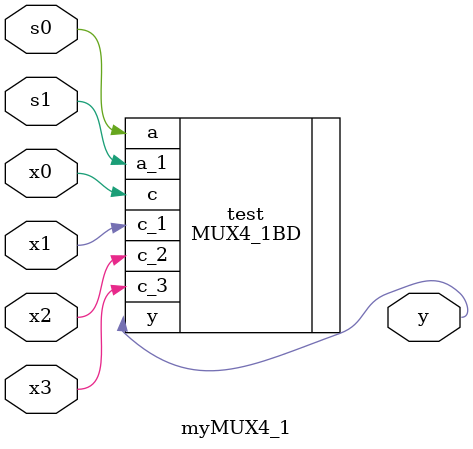
<source format=v>
`timescale 1ns / 1ps


module myMUX4_1(
    input s0,
    input s1,
    input x0,
    input x1,
    input x2,
    input x3,
    output y
    );
    MUX4_1BD test(.a(s0),.a_1(s1),.c(x0),.c_1(x1),.c_2(x2),.c_3(x3),.y(y));
endmodule

</source>
